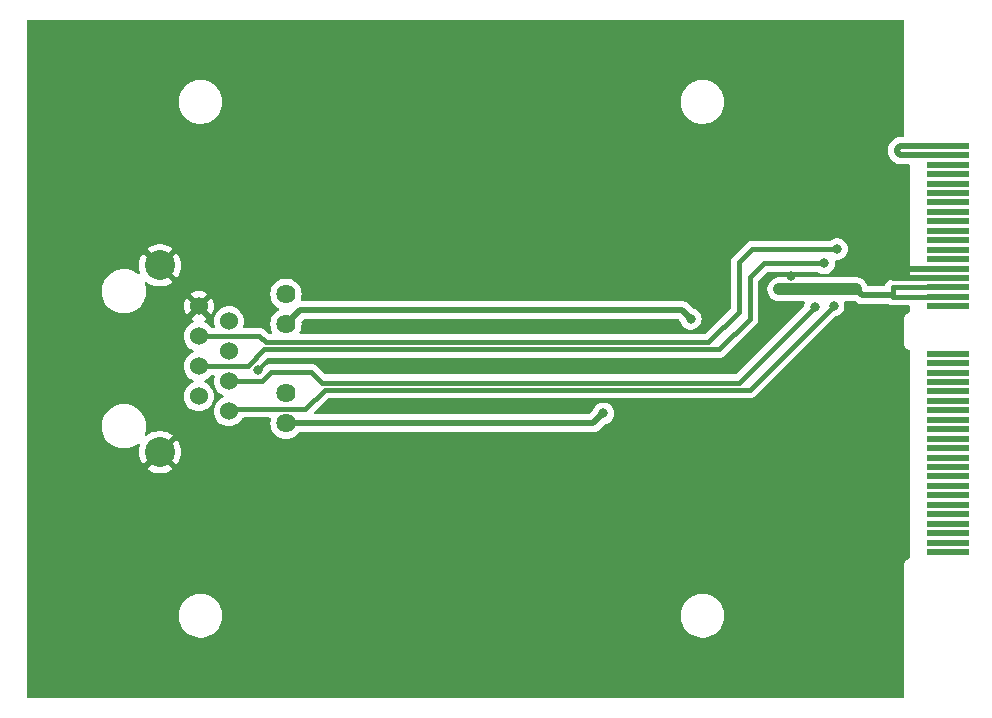
<source format=gbr>
%TF.GenerationSoftware,KiCad,Pcbnew,8.0.4*%
%TF.CreationDate,2024-09-19T00:07:34+03:00*%
%TF.ProjectId,dsoxlan,64736f78-6c61-46e2-9e6b-696361645f70,rev?*%
%TF.SameCoordinates,Original*%
%TF.FileFunction,Copper,L2,Bot*%
%TF.FilePolarity,Positive*%
%FSLAX46Y46*%
G04 Gerber Fmt 4.6, Leading zero omitted, Abs format (unit mm)*
G04 Created by KiCad (PCBNEW 8.0.4) date 2024-09-19 00:07:34*
%MOMM*%
%LPD*%
G01*
G04 APERTURE LIST*
%TA.AperFunction,ConnectorPad*%
%ADD10R,3.600000X0.550000*%
%TD*%
%TA.AperFunction,ComponentPad*%
%ADD11C,1.524000*%
%TD*%
%TA.AperFunction,ComponentPad*%
%ADD12C,1.625600*%
%TD*%
%TA.AperFunction,ComponentPad*%
%ADD13C,2.540000*%
%TD*%
%TA.AperFunction,ViaPad*%
%ADD14C,0.800000*%
%TD*%
%TA.AperFunction,Conductor*%
%ADD15C,0.500000*%
%TD*%
%TA.AperFunction,Conductor*%
%ADD16C,0.400000*%
%TD*%
%TA.AperFunction,Conductor*%
%ADD17C,1.000000*%
%TD*%
G04 APERTURE END LIST*
D10*
%TO.P,P2,2,Pin_2*%
%TO.N,unconnected-(P2-Pin_2-Pad2)*%
X190754000Y-104750000D03*
%TO.P,P2,4,Pin_4*%
%TO.N,unconnected-(P2-Pin_4-Pad4)*%
X190754000Y-103950000D03*
%TO.P,P2,6,Pin_6*%
%TO.N,unconnected-(P2-Pin_6-Pad6)*%
X190754000Y-103150000D03*
%TO.P,P2,8,Pin_8*%
%TO.N,unconnected-(P2-Pin_8-Pad8)*%
X190754000Y-102350000D03*
%TO.P,P2,10,Pin_10*%
%TO.N,unconnected-(P2-Pin_10-Pad10)*%
X190754000Y-101550000D03*
%TO.P,P2,12,Pin_12*%
%TO.N,unconnected-(P2-Pin_12-Pad12)*%
X190754000Y-100750000D03*
%TO.P,P2,14,Pin_14*%
%TO.N,unconnected-(P2-Pin_14-Pad14)*%
X190754000Y-99950000D03*
%TO.P,P2,16,Pin_16*%
%TO.N,unconnected-(P2-Pin_16-Pad16)*%
X190754000Y-99150000D03*
%TO.P,P2,18,Pin_18*%
%TO.N,unconnected-(P2-Pin_18-Pad18)*%
X190754000Y-98350000D03*
%TO.P,P2,20,Pin_20*%
%TO.N,unconnected-(P2-Pin_20-Pad20)*%
X190754000Y-97550000D03*
%TO.P,P2,22,Pin_22*%
%TO.N,unconnected-(P2-Pin_22-Pad22)*%
X190754000Y-96750000D03*
%TO.P,P2,24,Pin_24*%
%TO.N,unconnected-(P2-Pin_24-Pad24)*%
X190754000Y-95950000D03*
%TO.P,P2,26,Pin_26*%
%TO.N,unconnected-(P2-Pin_26-Pad26)*%
X190754000Y-95150000D03*
%TO.P,P2,28,Pin_28*%
%TO.N,unconnected-(P2-Pin_28-Pad28)*%
X190754000Y-94350000D03*
%TO.P,P2,30,Pin_30*%
%TO.N,unconnected-(P2-Pin_30-Pad30)*%
X190754000Y-93550000D03*
%TO.P,P2,32,Pin_32*%
%TO.N,unconnected-(P2-Pin_32-Pad32)*%
X190754000Y-92750000D03*
%TO.P,P2,34,Pin_34*%
%TO.N,unconnected-(P2-Pin_34-Pad34)*%
X190754000Y-91950000D03*
%TO.P,P2,36,Pin_36*%
%TO.N,unconnected-(P2-Pin_36-Pad36)*%
X190754000Y-91150000D03*
%TO.P,P2,38,Pin_38*%
%TO.N,unconnected-(P2-Pin_38-Pad38)*%
X190754000Y-90350000D03*
%TO.P,P2,40,Pin_40*%
%TO.N,unconnected-(P2-Pin_40-Pad40)*%
X190754000Y-89550000D03*
%TO.P,P2,42,Pin_42*%
%TO.N,unconnected-(P2-Pin_42-Pad42)*%
X190754000Y-88750000D03*
%TO.P,P2,44,Pin_44*%
%TO.N,unconnected-(P2-Pin_44-Pad44)*%
X190754000Y-87950000D03*
%TO.P,P2,46,Pin_46*%
%TO.N,unconnected-(P2-Pin_46-Pad46)*%
X190754000Y-83950000D03*
%TO.P,P2,48,Pin_48*%
%TO.N,+3.3V*%
X190754000Y-83150000D03*
%TO.P,P2,50,Pin_50*%
X190754000Y-82350000D03*
%TO.P,P2,52,Pin_52*%
%TO.N,GND*%
X190754000Y-81550000D03*
%TO.P,P2,54,Pin_54*%
X190754000Y-80750000D03*
%TO.P,P2,56,Pin_56*%
%TO.N,unconnected-(P2-Pin_56-Pad56)*%
X190754000Y-79950000D03*
%TO.P,P2,58,Pin_58*%
%TO.N,unconnected-(P2-Pin_58-Pad58)*%
X190754000Y-79150000D03*
%TO.P,P2,60,Pin_60*%
%TO.N,unconnected-(P2-Pin_60-Pad60)*%
X190754000Y-78350000D03*
%TO.P,P2,62,Pin_62*%
%TO.N,unconnected-(P2-Pin_62-Pad62)*%
X190754000Y-77550000D03*
%TO.P,P2,64,Pin_64*%
%TO.N,unconnected-(P2-Pin_64-Pad64)*%
X190754000Y-76750000D03*
%TO.P,P2,66,Pin_66*%
%TO.N,unconnected-(P2-Pin_66-Pad66)*%
X190754000Y-75950000D03*
%TO.P,P2,68,Pin_68*%
%TO.N,unconnected-(P2-Pin_68-Pad68)*%
X190754000Y-75150000D03*
%TO.P,P2,70,Pin_70*%
%TO.N,unconnected-(P2-Pin_70-Pad70)*%
X190754000Y-74350000D03*
%TO.P,P2,72,Pin_72*%
%TO.N,unconnected-(P2-Pin_72-Pad72)*%
X190754000Y-73550000D03*
%TO.P,P2,74,Pin_74*%
%TO.N,unconnected-(P2-Pin_74-Pad74)*%
X190754000Y-72750000D03*
%TO.P,P2,76,Pin_76*%
%TO.N,unconnected-(P2-Pin_76-Pad76)*%
X190754000Y-71950000D03*
%TO.P,P2,78,Pin_78*%
%TO.N,Net-(P2-Pin_78)*%
X190754000Y-71150000D03*
%TO.P,P2,80,Pin_80*%
X190754000Y-70350000D03*
%TD*%
D11*
%TO.P,P1,1,TD+*%
%TO.N,TX+*%
X129900000Y-92830000D03*
%TO.P,P1,2,CTD*%
%TO.N,Net-(P1-CRD)*%
X127360000Y-91560000D03*
%TO.P,P1,3,TD-*%
%TO.N,TX-*%
X129900000Y-90290000D03*
%TO.P,P1,4,RD+*%
%TO.N,RX+*%
X127360000Y-89020000D03*
%TO.P,P1,5,CRD*%
%TO.N,Net-(P1-CRD)*%
X129900000Y-87750000D03*
%TO.P,P1,6,RD-*%
%TO.N,RX-*%
X127360000Y-86480000D03*
%TO.P,P1,7,NC*%
%TO.N,unconnected-(P1-NC-Pad7)*%
X129900000Y-85210000D03*
%TO.P,P1,8,GND*%
%TO.N,GND*%
X127360000Y-83940000D03*
D12*
%TO.P,P1,9,KG*%
%TO.N,LED1*%
X134730000Y-93850000D03*
%TO.P,P1,10,AG*%
%TO.N,Net-(P1-AG)*%
X134730000Y-91310000D03*
%TO.P,P1,11,KY*%
%TO.N,LED2*%
X134730000Y-85460000D03*
%TO.P,P1,12,AY*%
%TO.N,Net-(P1-AY)*%
X134730000Y-82920000D03*
D13*
%TO.P,P1,13,Shield*%
%TO.N,GND*%
X124060000Y-80485000D03*
%TO.P,P1,14,Shield*%
X124060000Y-96285000D03*
%TD*%
D14*
%TO.N,GND*%
X132500000Y-94500000D03*
X163500000Y-85500000D03*
X183680000Y-81280000D03*
X142500000Y-85680500D03*
X146500000Y-96000000D03*
X178000000Y-89500000D03*
X186000000Y-85000000D03*
X159500000Y-85500000D03*
X145500000Y-89000000D03*
X132500000Y-82500000D03*
X142500000Y-92500000D03*
X145500000Y-85500000D03*
X136800000Y-85700000D03*
X186000000Y-89500000D03*
X161500000Y-82500000D03*
X170500000Y-89000000D03*
X186000000Y-75000000D03*
X132400000Y-89300000D03*
X167199272Y-81245799D03*
X164000000Y-92500000D03*
X181000000Y-86500000D03*
X143000000Y-82500000D03*
X176000000Y-84500000D03*
X177500000Y-81400500D03*
X132000000Y-84500000D03*
X137000000Y-96000000D03*
X162000000Y-96000000D03*
X142000000Y-96000000D03*
X159500000Y-89000000D03*
X167500000Y-92500000D03*
X158500000Y-92500000D03*
%TO.N,LED2*%
X169000000Y-85000000D03*
%TO.N,TX+*%
X181100000Y-83900000D03*
%TO.N,TX-*%
X179500000Y-84000000D03*
%TO.N,RX+*%
X180300000Y-80300000D03*
%TO.N,RX-*%
X181400000Y-79100000D03*
%TO.N,LED1*%
X161600000Y-93000000D03*
%TO.N,+3.3V*%
X176500000Y-82500000D03*
%TD*%
D15*
%TO.N,GND*%
X186100998Y-81550000D02*
X186055000Y-81504002D01*
X186055000Y-81504002D02*
X186055000Y-81280000D01*
X186585000Y-80750000D02*
X186055000Y-81280000D01*
X190754000Y-81550000D02*
X186100998Y-81550000D01*
X186055000Y-81280000D02*
X183680000Y-81280000D01*
X190754000Y-80750000D02*
X186585000Y-80750000D01*
%TO.N,LED2*%
X135912536Y-84277464D02*
X168277464Y-84277464D01*
X168277464Y-84277464D02*
X169000000Y-85000000D01*
X134730000Y-85460000D02*
X135912536Y-84277464D01*
D16*
%TO.N,TX+*%
X129900000Y-92830000D02*
X130092800Y-92637200D01*
X136362800Y-92637200D02*
X138000000Y-91000000D01*
X138000000Y-91000000D02*
X174000000Y-91000000D01*
X174000000Y-91000000D02*
X181100000Y-83900000D01*
X130092800Y-92637200D02*
X136362800Y-92637200D01*
%TO.N,TX-*%
X129900000Y-90290000D02*
X132710000Y-90290000D01*
X133500000Y-89500000D02*
X136851180Y-89500000D01*
X132710000Y-90290000D02*
X133500000Y-89500000D01*
X136851180Y-89500000D02*
X137751679Y-90400499D01*
X173099501Y-90400499D02*
X179500000Y-84000000D01*
X137751679Y-90400499D02*
X173099501Y-90400499D01*
%TO.N,RX+*%
X171400499Y-87599501D02*
X174000000Y-85000000D01*
X175200000Y-80300000D02*
X180300000Y-80300000D01*
X132900499Y-87599501D02*
X171400499Y-87599501D01*
X131480000Y-89020000D02*
X132900499Y-87599501D01*
X174000000Y-81500000D02*
X175200000Y-80300000D01*
X127360000Y-89020000D02*
X131480000Y-89020000D01*
X174000000Y-85000000D02*
X174000000Y-81500000D01*
%TO.N,RX-*%
X174200000Y-79100000D02*
X181400000Y-79100000D01*
X133000000Y-87000000D02*
X170500000Y-87000000D01*
X170500000Y-87000000D02*
X173100000Y-84400000D01*
X127360000Y-86480000D02*
X132480000Y-86480000D01*
X173100000Y-80200000D02*
X174200000Y-79100000D01*
X173100000Y-84400000D02*
X173100000Y-80200000D01*
X132480000Y-86480000D02*
X133000000Y-87000000D01*
D15*
%TO.N,LED1*%
X160750000Y-93850000D02*
X161600000Y-93000000D01*
X134730000Y-93850000D02*
X160750000Y-93850000D01*
D17*
%TO.N,+3.3V*%
X176500000Y-82500000D02*
X183000000Y-82500000D01*
D16*
X186100000Y-83000000D02*
X186100000Y-83100000D01*
X186150000Y-82350000D02*
X186100000Y-82400000D01*
X186100000Y-83100000D02*
X186150000Y-83150000D01*
D15*
X183500000Y-83000000D02*
X186100000Y-83000000D01*
D16*
X186100000Y-82400000D02*
X186100000Y-83000000D01*
D15*
X183000000Y-82500000D02*
X183500000Y-83000000D01*
D16*
X190754000Y-82350000D02*
X186150000Y-82350000D01*
X186150000Y-83150000D02*
X190754000Y-83150000D01*
D15*
%TO.N,Net-(P2-Pin_78)*%
X186720000Y-71150000D02*
X186436000Y-70866000D01*
X186436000Y-70866000D02*
X186436000Y-70612000D01*
X186436000Y-70612000D02*
X186698000Y-70350000D01*
X186698000Y-70350000D02*
X190754000Y-70350000D01*
X190754000Y-71150000D02*
X186720000Y-71150000D01*
%TD*%
%TA.AperFunction,Conductor*%
%TO.N,GND*%
G36*
X187020621Y-59702502D02*
G01*
X187067114Y-59756158D01*
X187078500Y-59808500D01*
X187078500Y-69465500D01*
X187058498Y-69533621D01*
X187004842Y-69580114D01*
X186952500Y-69591500D01*
X186623288Y-69591500D01*
X186550024Y-69606073D01*
X186550024Y-69606074D01*
X186476753Y-69620649D01*
X186476751Y-69620649D01*
X186476750Y-69620650D01*
X186338714Y-69677827D01*
X186214486Y-69760833D01*
X186214480Y-69760838D01*
X185846838Y-70128480D01*
X185846833Y-70128486D01*
X185763826Y-70252715D01*
X185706649Y-70390753D01*
X185706647Y-70390760D01*
X185700701Y-70420647D01*
X185700702Y-70420648D01*
X185677500Y-70537288D01*
X185677500Y-70940711D01*
X185689645Y-71001764D01*
X185692074Y-71013976D01*
X185706649Y-71087247D01*
X185763826Y-71225284D01*
X185846834Y-71349515D01*
X186130835Y-71633516D01*
X186236484Y-71739165D01*
X186360716Y-71822174D01*
X186498754Y-71879351D01*
X186645294Y-71908500D01*
X187453000Y-71908500D01*
X187521121Y-71928502D01*
X187567614Y-71982158D01*
X187579000Y-72034500D01*
X187579000Y-81515500D01*
X187558998Y-81583621D01*
X187505342Y-81630114D01*
X187453000Y-81641500D01*
X186080216Y-81641500D01*
X185943337Y-81668727D01*
X185943332Y-81668729D01*
X185889930Y-81690848D01*
X185889930Y-81690849D01*
X185814400Y-81722135D01*
X185814398Y-81722136D01*
X185698359Y-81799670D01*
X185698357Y-81799672D01*
X185549671Y-81948357D01*
X185472135Y-82064398D01*
X185430996Y-82163718D01*
X185386448Y-82218999D01*
X185319084Y-82241420D01*
X185314587Y-82241500D01*
X184068709Y-82241500D01*
X184000588Y-82221498D01*
X183954095Y-82167842D01*
X183952300Y-82163718D01*
X183943858Y-82143338D01*
X183893721Y-82022296D01*
X183783353Y-81857119D01*
X183642881Y-81716647D01*
X183477704Y-81606279D01*
X183294169Y-81530256D01*
X183099331Y-81491500D01*
X183099329Y-81491500D01*
X176400671Y-81491500D01*
X176400668Y-81491500D01*
X176205830Y-81530256D01*
X176205825Y-81530258D01*
X176022296Y-81606279D01*
X175857123Y-81716644D01*
X175857116Y-81716649D01*
X175716649Y-81857116D01*
X175716644Y-81857123D01*
X175606279Y-82022296D01*
X175530258Y-82205825D01*
X175530256Y-82205830D01*
X175491500Y-82400668D01*
X175491500Y-82599331D01*
X175521470Y-82750000D01*
X175530256Y-82794169D01*
X175606279Y-82977704D01*
X175716647Y-83142881D01*
X175857119Y-83283353D01*
X176022296Y-83393721D01*
X176205831Y-83469744D01*
X176400671Y-83508500D01*
X178531021Y-83508500D01*
X178599142Y-83528502D01*
X178645635Y-83582158D01*
X178655739Y-83652432D01*
X178650854Y-83673434D01*
X178646025Y-83688298D01*
X178606457Y-83810072D01*
X178601549Y-83856771D01*
X178574535Y-83922428D01*
X178565334Y-83932694D01*
X172842935Y-89655094D01*
X172780623Y-89689120D01*
X172753840Y-89691999D01*
X138097340Y-89691999D01*
X138029219Y-89671997D01*
X138008244Y-89655094D01*
X137302822Y-88949671D01*
X137264317Y-88923943D01*
X137186781Y-88872135D01*
X137095607Y-88834369D01*
X137095606Y-88834368D01*
X137057849Y-88818729D01*
X137057842Y-88818727D01*
X136956339Y-88798537D01*
X136920962Y-88791500D01*
X136920961Y-88791500D01*
X133430219Y-88791500D01*
X133430216Y-88791500D01*
X133293337Y-88818727D01*
X133293332Y-88818729D01*
X133239930Y-88840848D01*
X133239930Y-88840849D01*
X133164400Y-88872135D01*
X133164398Y-88872136D01*
X133048362Y-88949669D01*
X133048360Y-88949670D01*
X132453433Y-89544596D01*
X132391121Y-89578621D01*
X132364338Y-89581500D01*
X132224662Y-89581500D01*
X132156541Y-89561498D01*
X132110048Y-89507842D01*
X132099944Y-89437568D01*
X132129438Y-89372988D01*
X132135567Y-89366405D01*
X133157065Y-88344906D01*
X133219377Y-88310881D01*
X133246160Y-88308001D01*
X171470276Y-88308001D01*
X171470281Y-88308001D01*
X171538720Y-88294387D01*
X171607161Y-88280774D01*
X171644926Y-88265131D01*
X171736100Y-88227366D01*
X171852142Y-88149829D01*
X174550328Y-85451642D01*
X174627865Y-85335600D01*
X174667980Y-85238753D01*
X174681273Y-85206662D01*
X174708500Y-85069781D01*
X174708500Y-81845661D01*
X174728502Y-81777540D01*
X174745405Y-81756566D01*
X175456566Y-81045405D01*
X175518878Y-81011379D01*
X175545661Y-81008500D01*
X179688595Y-81008500D01*
X179756716Y-81028502D01*
X179762655Y-81032563D01*
X179843248Y-81091118D01*
X180017712Y-81168794D01*
X180204513Y-81208500D01*
X180395487Y-81208500D01*
X180582288Y-81168794D01*
X180756752Y-81091118D01*
X180911253Y-80978866D01*
X180911255Y-80978864D01*
X181039034Y-80836951D01*
X181039035Y-80836949D01*
X181039040Y-80836944D01*
X181134527Y-80671556D01*
X181193542Y-80489928D01*
X181213504Y-80300000D01*
X181197494Y-80147670D01*
X181210266Y-80077832D01*
X181258769Y-80025985D01*
X181322804Y-80008500D01*
X181495487Y-80008500D01*
X181682288Y-79968794D01*
X181856752Y-79891118D01*
X182011253Y-79778866D01*
X182011255Y-79778864D01*
X182139034Y-79636951D01*
X182139035Y-79636949D01*
X182139040Y-79636944D01*
X182234527Y-79471556D01*
X182293542Y-79289928D01*
X182313504Y-79100000D01*
X182293542Y-78910072D01*
X182234527Y-78728444D01*
X182139040Y-78563056D01*
X182139038Y-78563054D01*
X182139034Y-78563048D01*
X182011255Y-78421135D01*
X181856752Y-78308882D01*
X181682288Y-78231206D01*
X181495487Y-78191500D01*
X181304513Y-78191500D01*
X181117711Y-78231206D01*
X180943247Y-78308882D01*
X180862656Y-78367436D01*
X180795788Y-78391294D01*
X180788595Y-78391500D01*
X174130216Y-78391500D01*
X174028252Y-78411782D01*
X173993338Y-78418727D01*
X173993337Y-78418727D01*
X173993334Y-78418728D01*
X173959665Y-78432675D01*
X173959664Y-78432675D01*
X173864399Y-78472135D01*
X173748358Y-78549671D01*
X173748352Y-78549676D01*
X172549676Y-79748351D01*
X172549671Y-79748357D01*
X172472137Y-79864395D01*
X172472135Y-79864397D01*
X172472135Y-79864399D01*
X172461069Y-79891117D01*
X172461068Y-79891119D01*
X172418729Y-79993332D01*
X172418727Y-79993337D01*
X172391500Y-80130216D01*
X172391500Y-84054339D01*
X172371498Y-84122460D01*
X172354595Y-84143434D01*
X170243434Y-86254595D01*
X170181122Y-86288621D01*
X170154339Y-86291500D01*
X135997939Y-86291500D01*
X135929818Y-86271498D01*
X135883325Y-86217842D01*
X135873221Y-86147568D01*
X135883744Y-86112250D01*
X135896042Y-86085876D01*
X135976358Y-85913637D01*
X136036197Y-85690318D01*
X136056347Y-85460000D01*
X136056346Y-85459996D01*
X136056347Y-85459994D01*
X136047904Y-85363500D01*
X136041060Y-85285270D01*
X136055048Y-85215667D01*
X136077481Y-85185198D01*
X136189813Y-85072868D01*
X136252126Y-85038843D01*
X136278908Y-85035964D01*
X167911093Y-85035964D01*
X167979214Y-85055966D01*
X168000188Y-85072869D01*
X168079874Y-85152555D01*
X168110612Y-85202713D01*
X168112980Y-85210000D01*
X168165473Y-85371556D01*
X168167757Y-85375512D01*
X168260958Y-85536941D01*
X168260965Y-85536951D01*
X168388744Y-85678864D01*
X168404508Y-85690317D01*
X168543248Y-85791118D01*
X168717712Y-85868794D01*
X168904513Y-85908500D01*
X169095487Y-85908500D01*
X169282288Y-85868794D01*
X169456752Y-85791118D01*
X169611253Y-85678866D01*
X169739040Y-85536944D01*
X169834527Y-85371556D01*
X169893542Y-85189928D01*
X169913504Y-85000000D01*
X169893542Y-84810072D01*
X169834527Y-84628444D01*
X169739040Y-84463056D01*
X169739038Y-84463054D01*
X169739034Y-84463048D01*
X169611255Y-84321135D01*
X169456752Y-84208882D01*
X169282288Y-84131206D01*
X169219227Y-84117801D01*
X169156754Y-84084072D01*
X169156331Y-84083650D01*
X168760983Y-83688302D01*
X168760979Y-83688298D01*
X168636748Y-83605290D01*
X168498711Y-83548113D01*
X168425440Y-83533538D01*
X168425439Y-83533537D01*
X168352175Y-83518964D01*
X168352170Y-83518964D01*
X136101624Y-83518964D01*
X136033503Y-83498962D01*
X135987010Y-83445306D01*
X135976906Y-83375032D01*
X135979914Y-83360364D01*
X136036197Y-83150318D01*
X136056347Y-82920000D01*
X136036197Y-82689682D01*
X135976358Y-82466363D01*
X135878650Y-82256827D01*
X135878649Y-82256826D01*
X135878648Y-82256823D01*
X135746047Y-82067449D01*
X135746044Y-82067445D01*
X135746041Y-82067441D01*
X135582559Y-81903959D01*
X135515670Y-81857123D01*
X135393174Y-81771350D01*
X135183640Y-81673643D01*
X135183634Y-81673641D01*
X135063683Y-81641500D01*
X134960318Y-81613803D01*
X134730000Y-81593653D01*
X134499682Y-81613803D01*
X134276365Y-81673641D01*
X134276359Y-81673643D01*
X134066823Y-81771351D01*
X133877449Y-81903952D01*
X133877438Y-81903961D01*
X133713961Y-82067438D01*
X133713952Y-82067449D01*
X133581351Y-82256823D01*
X133483643Y-82466359D01*
X133483641Y-82466365D01*
X133459446Y-82556662D01*
X133423803Y-82689682D01*
X133403653Y-82920000D01*
X133423803Y-83150318D01*
X133456985Y-83274152D01*
X133483641Y-83373634D01*
X133483643Y-83373640D01*
X133581350Y-83583174D01*
X133709580Y-83766306D01*
X133713959Y-83772559D01*
X133877441Y-83936041D01*
X134066826Y-84068650D01*
X134081427Y-84075458D01*
X134082170Y-84075805D01*
X134135455Y-84122722D01*
X134154916Y-84190999D01*
X134134374Y-84258959D01*
X134082172Y-84304194D01*
X134066824Y-84311351D01*
X134066823Y-84311351D01*
X133877449Y-84443952D01*
X133877438Y-84443961D01*
X133713961Y-84607438D01*
X133713952Y-84607449D01*
X133581351Y-84796823D01*
X133483643Y-85006359D01*
X133483641Y-85006365D01*
X133429971Y-85206662D01*
X133423803Y-85229682D01*
X133403653Y-85460000D01*
X133423803Y-85690318D01*
X133445317Y-85770609D01*
X133483641Y-85913634D01*
X133483643Y-85913640D01*
X133576256Y-86112250D01*
X133586917Y-86182442D01*
X133557937Y-86247255D01*
X133498517Y-86286111D01*
X133462061Y-86291500D01*
X133345661Y-86291500D01*
X133277540Y-86271498D01*
X133256570Y-86254599D01*
X132931643Y-85929672D01*
X132907649Y-85913640D01*
X132893137Y-85903943D01*
X132815601Y-85852135D01*
X132724427Y-85814369D01*
X132724426Y-85814368D01*
X132686669Y-85798729D01*
X132686663Y-85798727D01*
X132686662Y-85798727D01*
X132618221Y-85785113D01*
X132618220Y-85785112D01*
X132549787Y-85771500D01*
X132549782Y-85771500D01*
X132549781Y-85771500D01*
X131229071Y-85771500D01*
X131160950Y-85751498D01*
X131114457Y-85697842D01*
X131104353Y-85627568D01*
X131107361Y-85612899D01*
X131155978Y-85431463D01*
X131175353Y-85210000D01*
X131155978Y-84988537D01*
X131098440Y-84773804D01*
X131004488Y-84572324D01*
X130876977Y-84390219D01*
X130719781Y-84233023D01*
X130719777Y-84233020D01*
X130719772Y-84233016D01*
X130537677Y-84105512D01*
X130537675Y-84105511D01*
X130336199Y-84011561D01*
X130336193Y-84011559D01*
X130290232Y-83999244D01*
X130121463Y-83954022D01*
X129900000Y-83934647D01*
X129678537Y-83954022D01*
X129564792Y-83984500D01*
X129463806Y-84011559D01*
X129463801Y-84011561D01*
X129262323Y-84105512D01*
X129080222Y-84233020D01*
X129080216Y-84233025D01*
X128923025Y-84390216D01*
X128923020Y-84390222D01*
X128795512Y-84572323D01*
X128701561Y-84773801D01*
X128701559Y-84773806D01*
X128674856Y-84873463D01*
X128644022Y-84988537D01*
X128624647Y-85210000D01*
X128644022Y-85431463D01*
X128692635Y-85612891D01*
X128690946Y-85683865D01*
X128651152Y-85742661D01*
X128585888Y-85770609D01*
X128570929Y-85771500D01*
X128480489Y-85771500D01*
X128412368Y-85751498D01*
X128377276Y-85717771D01*
X128336979Y-85660222D01*
X128336974Y-85660216D01*
X128179783Y-85503025D01*
X128179772Y-85503016D01*
X127997677Y-85375512D01*
X127997675Y-85375511D01*
X127887035Y-85323919D01*
X127833750Y-85277002D01*
X127814289Y-85208725D01*
X127834831Y-85140765D01*
X127887035Y-85095529D01*
X127997425Y-85044053D01*
X127997426Y-85044052D01*
X128060603Y-84999814D01*
X128060603Y-84999812D01*
X127444124Y-84383333D01*
X127533694Y-84359333D01*
X127636306Y-84300090D01*
X127720090Y-84216306D01*
X127779333Y-84113694D01*
X127803333Y-84024124D01*
X128419812Y-84640603D01*
X128419814Y-84640603D01*
X128464052Y-84577426D01*
X128464053Y-84577425D01*
X128557966Y-84376027D01*
X128557968Y-84376023D01*
X128615482Y-84161374D01*
X128634850Y-83940000D01*
X128615482Y-83718625D01*
X128557968Y-83503976D01*
X128557966Y-83503972D01*
X128464051Y-83302571D01*
X128419815Y-83239395D01*
X128419813Y-83239395D01*
X127803333Y-83855875D01*
X127779333Y-83766306D01*
X127720090Y-83663694D01*
X127636306Y-83579910D01*
X127533694Y-83520667D01*
X127444123Y-83496666D01*
X128060603Y-82880185D01*
X128060603Y-82880184D01*
X127997425Y-82835946D01*
X127796027Y-82742033D01*
X127796023Y-82742031D01*
X127581374Y-82684517D01*
X127360000Y-82665149D01*
X127138625Y-82684517D01*
X126923976Y-82742031D01*
X126923972Y-82742033D01*
X126722575Y-82835946D01*
X126659394Y-82880185D01*
X127275875Y-83496666D01*
X127186306Y-83520667D01*
X127083694Y-83579910D01*
X126999910Y-83663694D01*
X126940667Y-83766306D01*
X126916666Y-83855875D01*
X126300185Y-83239394D01*
X126255946Y-83302575D01*
X126162033Y-83503972D01*
X126162031Y-83503976D01*
X126104517Y-83718625D01*
X126085149Y-83940000D01*
X126104517Y-84161374D01*
X126162031Y-84376023D01*
X126162033Y-84376027D01*
X126255946Y-84577425D01*
X126300184Y-84640603D01*
X126300185Y-84640603D01*
X126916666Y-84024122D01*
X126940667Y-84113694D01*
X126999910Y-84216306D01*
X127083694Y-84300090D01*
X127186306Y-84359333D01*
X127275876Y-84383333D01*
X126659395Y-84999813D01*
X126659395Y-84999814D01*
X126722575Y-85044053D01*
X126722574Y-85044053D01*
X126832964Y-85095529D01*
X126886249Y-85142447D01*
X126905710Y-85210724D01*
X126885168Y-85278684D01*
X126832964Y-85323919D01*
X126722323Y-85375512D01*
X126540222Y-85503020D01*
X126540216Y-85503025D01*
X126383025Y-85660216D01*
X126383020Y-85660222D01*
X126255512Y-85842323D01*
X126161561Y-86043801D01*
X126161560Y-86043804D01*
X126104022Y-86258537D01*
X126084647Y-86480000D01*
X126104022Y-86701463D01*
X126150273Y-86874074D01*
X126161559Y-86916193D01*
X126161561Y-86916199D01*
X126255511Y-87117675D01*
X126255512Y-87117677D01*
X126383016Y-87299772D01*
X126383020Y-87299777D01*
X126383023Y-87299781D01*
X126540219Y-87456977D01*
X126540223Y-87456980D01*
X126540227Y-87456983D01*
X126633787Y-87522494D01*
X126722323Y-87584488D01*
X126832373Y-87635805D01*
X126885658Y-87682722D01*
X126905119Y-87750999D01*
X126884577Y-87818959D01*
X126832373Y-87864195D01*
X126722323Y-87915512D01*
X126540222Y-88043020D01*
X126540216Y-88043025D01*
X126383025Y-88200216D01*
X126383020Y-88200222D01*
X126255512Y-88382323D01*
X126255512Y-88382324D01*
X126161560Y-88583804D01*
X126104022Y-88798537D01*
X126084647Y-89020000D01*
X126104022Y-89241463D01*
X126139264Y-89372988D01*
X126161559Y-89456193D01*
X126161561Y-89456199D01*
X126255511Y-89657675D01*
X126255512Y-89657677D01*
X126383016Y-89839772D01*
X126383020Y-89839777D01*
X126383023Y-89839781D01*
X126540219Y-89996977D01*
X126540223Y-89996980D01*
X126540227Y-89996983D01*
X126642417Y-90068537D01*
X126722323Y-90124488D01*
X126832373Y-90175805D01*
X126885658Y-90222722D01*
X126905119Y-90290999D01*
X126884577Y-90358959D01*
X126832373Y-90404195D01*
X126722323Y-90455512D01*
X126540222Y-90583020D01*
X126540216Y-90583025D01*
X126383025Y-90740216D01*
X126383020Y-90740222D01*
X126255512Y-90922323D01*
X126194936Y-91052229D01*
X126161560Y-91123804D01*
X126104022Y-91338537D01*
X126084647Y-91560000D01*
X126104022Y-91781463D01*
X126133586Y-91891795D01*
X126161559Y-91996193D01*
X126161561Y-91996199D01*
X126255511Y-92197675D01*
X126255512Y-92197677D01*
X126383016Y-92379772D01*
X126383020Y-92379777D01*
X126383023Y-92379781D01*
X126540219Y-92536977D01*
X126540223Y-92536980D01*
X126540227Y-92536983D01*
X126642417Y-92608537D01*
X126722323Y-92664488D01*
X126923804Y-92758440D01*
X127138537Y-92815978D01*
X127360000Y-92835353D01*
X127581463Y-92815978D01*
X127796196Y-92758440D01*
X127997677Y-92664488D01*
X128179781Y-92536977D01*
X128336977Y-92379781D01*
X128464488Y-92197677D01*
X128558440Y-91996196D01*
X128615978Y-91781463D01*
X128635353Y-91560000D01*
X128615978Y-91338537D01*
X128558440Y-91123804D01*
X128464488Y-90922324D01*
X128336977Y-90740219D01*
X128179781Y-90583023D01*
X128179777Y-90583020D01*
X128179772Y-90583016D01*
X127997677Y-90455512D01*
X127997675Y-90455511D01*
X127887627Y-90404195D01*
X127834342Y-90357278D01*
X127814881Y-90289001D01*
X127835423Y-90221041D01*
X127887627Y-90175805D01*
X127997677Y-90124488D01*
X128179781Y-89996977D01*
X128336977Y-89839781D01*
X128363321Y-89802158D01*
X128377276Y-89782229D01*
X128432734Y-89737901D01*
X128480489Y-89728500D01*
X128570929Y-89728500D01*
X128639050Y-89748502D01*
X128685543Y-89802158D01*
X128695647Y-89872432D01*
X128692638Y-89887100D01*
X128644022Y-90068537D01*
X128624647Y-90290000D01*
X128644022Y-90511463D01*
X128680292Y-90646823D01*
X128701559Y-90726193D01*
X128701561Y-90726199D01*
X128795511Y-90927675D01*
X128795512Y-90927677D01*
X128923016Y-91109772D01*
X128923020Y-91109777D01*
X128923023Y-91109781D01*
X129080219Y-91266977D01*
X129080223Y-91266980D01*
X129080227Y-91266983D01*
X129141662Y-91310000D01*
X129262323Y-91394488D01*
X129372373Y-91445805D01*
X129425658Y-91492722D01*
X129445119Y-91560999D01*
X129424577Y-91628959D01*
X129372373Y-91674195D01*
X129262323Y-91725512D01*
X129080222Y-91853020D01*
X129080216Y-91853025D01*
X128923025Y-92010216D01*
X128923020Y-92010222D01*
X128795512Y-92192323D01*
X128701561Y-92393801D01*
X128701559Y-92393806D01*
X128683006Y-92463048D01*
X128644022Y-92608537D01*
X128624647Y-92830000D01*
X128644022Y-93051463D01*
X128681124Y-93189927D01*
X128701559Y-93266193D01*
X128701561Y-93266199D01*
X128795511Y-93467675D01*
X128795512Y-93467677D01*
X128923016Y-93649772D01*
X128923020Y-93649777D01*
X128923023Y-93649781D01*
X129080219Y-93806977D01*
X129080223Y-93806980D01*
X129080227Y-93806983D01*
X129184124Y-93879732D01*
X129262323Y-93934488D01*
X129463804Y-94028440D01*
X129678537Y-94085978D01*
X129900000Y-94105353D01*
X130121463Y-94085978D01*
X130336196Y-94028440D01*
X130537677Y-93934488D01*
X130719781Y-93806977D01*
X130876977Y-93649781D01*
X131004488Y-93467677D01*
X131027443Y-93418449D01*
X131074360Y-93365165D01*
X131141638Y-93345700D01*
X133333010Y-93345700D01*
X133401131Y-93365702D01*
X133447624Y-93419358D01*
X133457728Y-93489632D01*
X133454716Y-93504311D01*
X133423803Y-93619682D01*
X133403653Y-93850000D01*
X133423803Y-94080318D01*
X133425320Y-94085978D01*
X133483641Y-94303634D01*
X133483643Y-94303640D01*
X133581350Y-94513174D01*
X133685719Y-94662229D01*
X133713959Y-94702559D01*
X133877441Y-94866041D01*
X134066826Y-94998650D01*
X134276363Y-95096358D01*
X134499682Y-95156197D01*
X134730000Y-95176347D01*
X134960318Y-95156197D01*
X135183637Y-95096358D01*
X135393174Y-94998650D01*
X135582559Y-94866041D01*
X135746041Y-94702559D01*
X135759464Y-94683388D01*
X135774281Y-94662229D01*
X135829739Y-94617900D01*
X135877494Y-94608500D01*
X160824701Y-94608500D01*
X160824705Y-94608500D01*
X160824706Y-94608500D01*
X160897976Y-94593925D01*
X160971247Y-94579351D01*
X161109284Y-94522174D01*
X161233515Y-94439166D01*
X161756332Y-93916347D01*
X161818643Y-93882324D01*
X161819159Y-93882212D01*
X161882288Y-93868794D01*
X162056752Y-93791118D01*
X162211253Y-93678866D01*
X162211255Y-93678864D01*
X162339034Y-93536951D01*
X162339035Y-93536949D01*
X162339040Y-93536944D01*
X162434527Y-93371556D01*
X162493542Y-93189928D01*
X162513504Y-93000000D01*
X162493542Y-92810072D01*
X162434527Y-92628444D01*
X162339040Y-92463056D01*
X162339038Y-92463054D01*
X162339034Y-92463048D01*
X162211255Y-92321135D01*
X162056752Y-92208882D01*
X161882288Y-92131206D01*
X161695487Y-92091500D01*
X161504513Y-92091500D01*
X161317711Y-92131206D01*
X161143247Y-92208882D01*
X160988744Y-92321135D01*
X160860965Y-92463048D01*
X160860958Y-92463058D01*
X160818133Y-92537234D01*
X160765473Y-92628444D01*
X160746481Y-92686894D01*
X160710613Y-92797283D01*
X160679876Y-92847441D01*
X160472724Y-93054595D01*
X160410412Y-93088620D01*
X160383628Y-93091500D01*
X137214661Y-93091500D01*
X137146540Y-93071498D01*
X137100047Y-93017842D01*
X137089943Y-92947568D01*
X137119437Y-92882988D01*
X137125566Y-92876405D01*
X138256565Y-91745405D01*
X138318877Y-91711380D01*
X138345660Y-91708500D01*
X174069777Y-91708500D01*
X174069782Y-91708500D01*
X174138221Y-91694886D01*
X174206662Y-91681273D01*
X174271529Y-91654404D01*
X174335601Y-91627865D01*
X174451643Y-91550328D01*
X181166536Y-84835434D01*
X181228846Y-84801410D01*
X181229136Y-84801347D01*
X181382288Y-84768794D01*
X181556752Y-84691118D01*
X181711253Y-84578866D01*
X181712550Y-84577426D01*
X181839034Y-84436951D01*
X181839035Y-84436949D01*
X181839040Y-84436944D01*
X181934527Y-84271556D01*
X181993542Y-84089928D01*
X182013504Y-83900000D01*
X181993542Y-83710072D01*
X181981637Y-83673435D01*
X181979610Y-83602470D01*
X182016272Y-83541672D01*
X182079983Y-83510346D01*
X182101471Y-83508500D01*
X182883629Y-83508500D01*
X182951750Y-83528502D01*
X182972719Y-83545400D01*
X183016485Y-83589166D01*
X183040618Y-83605291D01*
X183140716Y-83672174D01*
X183278754Y-83729351D01*
X183425294Y-83758500D01*
X183425295Y-83758500D01*
X183574705Y-83758500D01*
X185747197Y-83758500D01*
X185808165Y-83776401D01*
X185808943Y-83774948D01*
X185814402Y-83777866D01*
X185888358Y-83808499D01*
X185888360Y-83808501D01*
X185938312Y-83829191D01*
X185943338Y-83831273D01*
X186080219Y-83858500D01*
X186080220Y-83858500D01*
X187453000Y-83858500D01*
X187521121Y-83878502D01*
X187567614Y-83932158D01*
X187579000Y-83984500D01*
X187579000Y-84348161D01*
X187558998Y-84416282D01*
X187505342Y-84462775D01*
X187485613Y-84469866D01*
X187448808Y-84479728D01*
X187385816Y-84496607D01*
X187385809Y-84496610D01*
X187271689Y-84562497D01*
X187271679Y-84562505D01*
X187178505Y-84655679D01*
X187178497Y-84655689D01*
X187112610Y-84769809D01*
X187112607Y-84769816D01*
X187104142Y-84801410D01*
X187078500Y-84897108D01*
X187078500Y-87056108D01*
X187078500Y-87187892D01*
X187095142Y-87250000D01*
X187112607Y-87315183D01*
X187112610Y-87315190D01*
X187178497Y-87429310D01*
X187178505Y-87429320D01*
X187271679Y-87522494D01*
X187271684Y-87522498D01*
X187271686Y-87522500D01*
X187271687Y-87522501D01*
X187271689Y-87522502D01*
X187351906Y-87568815D01*
X187385814Y-87588392D01*
X187485612Y-87615132D01*
X187546233Y-87652082D01*
X187577255Y-87715942D01*
X187579000Y-87736838D01*
X187579000Y-105176161D01*
X187558998Y-105244282D01*
X187505342Y-105290775D01*
X187485613Y-105297866D01*
X187448808Y-105307728D01*
X187385816Y-105324607D01*
X187385809Y-105324610D01*
X187271689Y-105390497D01*
X187271679Y-105390505D01*
X187178505Y-105483679D01*
X187178497Y-105483689D01*
X187112610Y-105597809D01*
X187112607Y-105597816D01*
X187078500Y-105725109D01*
X187078500Y-116975500D01*
X187058498Y-117043621D01*
X187004842Y-117090114D01*
X186952500Y-117101500D01*
X112894500Y-117101500D01*
X112826379Y-117081498D01*
X112779886Y-117027842D01*
X112768500Y-116975500D01*
X112768500Y-110020709D01*
X125649500Y-110020709D01*
X125649500Y-110263290D01*
X125681160Y-110503782D01*
X125743944Y-110738095D01*
X125743945Y-110738097D01*
X125743946Y-110738100D01*
X125836776Y-110962212D01*
X125836777Y-110962213D01*
X125836782Y-110962224D01*
X125958061Y-111172285D01*
X125958063Y-111172288D01*
X125958064Y-111172289D01*
X126105735Y-111364738D01*
X126105739Y-111364742D01*
X126105744Y-111364748D01*
X126277251Y-111536255D01*
X126277256Y-111536259D01*
X126277262Y-111536265D01*
X126469711Y-111683936D01*
X126469714Y-111683938D01*
X126679775Y-111805217D01*
X126679779Y-111805218D01*
X126679788Y-111805224D01*
X126903900Y-111898054D01*
X127138211Y-111960838D01*
X127138215Y-111960838D01*
X127138217Y-111960839D01*
X127200202Y-111968999D01*
X127378712Y-111992500D01*
X127378719Y-111992500D01*
X127621281Y-111992500D01*
X127621288Y-111992500D01*
X127838637Y-111963885D01*
X127861782Y-111960839D01*
X127861782Y-111960838D01*
X127861789Y-111960838D01*
X128096100Y-111898054D01*
X128320212Y-111805224D01*
X128530289Y-111683936D01*
X128722738Y-111536265D01*
X128894265Y-111364738D01*
X129041936Y-111172289D01*
X129163224Y-110962212D01*
X129256054Y-110738100D01*
X129318838Y-110503789D01*
X129350500Y-110263288D01*
X129350500Y-110020712D01*
X129350500Y-110020709D01*
X168149500Y-110020709D01*
X168149500Y-110263290D01*
X168181160Y-110503782D01*
X168243944Y-110738095D01*
X168243945Y-110738097D01*
X168243946Y-110738100D01*
X168336776Y-110962212D01*
X168336777Y-110962213D01*
X168336782Y-110962224D01*
X168458061Y-111172285D01*
X168458063Y-111172288D01*
X168458064Y-111172289D01*
X168605735Y-111364738D01*
X168605739Y-111364742D01*
X168605744Y-111364748D01*
X168777251Y-111536255D01*
X168777256Y-111536259D01*
X168777262Y-111536265D01*
X168969711Y-111683936D01*
X168969714Y-111683938D01*
X169179775Y-111805217D01*
X169179779Y-111805218D01*
X169179788Y-111805224D01*
X169403900Y-111898054D01*
X169638211Y-111960838D01*
X169638215Y-111960838D01*
X169638217Y-111960839D01*
X169700202Y-111968999D01*
X169878712Y-111992500D01*
X169878719Y-111992500D01*
X170121281Y-111992500D01*
X170121288Y-111992500D01*
X170338637Y-111963885D01*
X170361782Y-111960839D01*
X170361782Y-111960838D01*
X170361789Y-111960838D01*
X170596100Y-111898054D01*
X170820212Y-111805224D01*
X171030289Y-111683936D01*
X171222738Y-111536265D01*
X171394265Y-111364738D01*
X171541936Y-111172289D01*
X171663224Y-110962212D01*
X171756054Y-110738100D01*
X171818838Y-110503789D01*
X171850500Y-110263288D01*
X171850500Y-110020712D01*
X171818838Y-109780211D01*
X171756054Y-109545900D01*
X171663224Y-109321788D01*
X171663218Y-109321779D01*
X171663217Y-109321775D01*
X171541938Y-109111714D01*
X171541936Y-109111711D01*
X171394265Y-108919262D01*
X171394259Y-108919256D01*
X171394255Y-108919251D01*
X171222748Y-108747744D01*
X171222742Y-108747739D01*
X171222738Y-108747735D01*
X171030289Y-108600064D01*
X171030288Y-108600063D01*
X171030285Y-108600061D01*
X170820224Y-108478782D01*
X170820216Y-108478778D01*
X170820212Y-108478776D01*
X170596100Y-108385946D01*
X170596097Y-108385945D01*
X170596095Y-108385944D01*
X170361782Y-108323160D01*
X170121290Y-108291500D01*
X170121288Y-108291500D01*
X169878712Y-108291500D01*
X169878709Y-108291500D01*
X169638217Y-108323160D01*
X169403904Y-108385944D01*
X169403900Y-108385946D01*
X169179786Y-108478777D01*
X169179775Y-108478782D01*
X168969714Y-108600061D01*
X168777262Y-108747735D01*
X168777251Y-108747744D01*
X168605744Y-108919251D01*
X168605735Y-108919262D01*
X168458061Y-109111714D01*
X168336782Y-109321775D01*
X168336777Y-109321786D01*
X168243946Y-109545900D01*
X168243944Y-109545904D01*
X168181160Y-109780217D01*
X168149500Y-110020709D01*
X129350500Y-110020709D01*
X129318838Y-109780211D01*
X129256054Y-109545900D01*
X129163224Y-109321788D01*
X129163218Y-109321779D01*
X129163217Y-109321775D01*
X129041938Y-109111714D01*
X129041936Y-109111711D01*
X128894265Y-108919262D01*
X128894259Y-108919256D01*
X128894255Y-108919251D01*
X128722748Y-108747744D01*
X128722742Y-108747739D01*
X128722738Y-108747735D01*
X128530289Y-108600064D01*
X128530288Y-108600063D01*
X128530285Y-108600061D01*
X128320224Y-108478782D01*
X128320216Y-108478778D01*
X128320212Y-108478776D01*
X128096100Y-108385946D01*
X128096097Y-108385945D01*
X128096095Y-108385944D01*
X127861782Y-108323160D01*
X127621290Y-108291500D01*
X127621288Y-108291500D01*
X127378712Y-108291500D01*
X127378709Y-108291500D01*
X127138217Y-108323160D01*
X126903904Y-108385944D01*
X126903900Y-108385946D01*
X126679786Y-108478777D01*
X126679775Y-108478782D01*
X126469714Y-108600061D01*
X126277262Y-108747735D01*
X126277251Y-108747744D01*
X126105744Y-108919251D01*
X126105735Y-108919262D01*
X125958061Y-109111714D01*
X125836782Y-109321775D01*
X125836777Y-109321786D01*
X125743946Y-109545900D01*
X125743944Y-109545904D01*
X125681160Y-109780217D01*
X125649500Y-110020709D01*
X112768500Y-110020709D01*
X112768500Y-93977070D01*
X119134500Y-93977070D01*
X119134500Y-94222929D01*
X119166589Y-94466669D01*
X119166590Y-94466675D01*
X119166591Y-94466677D01*
X119230222Y-94704153D01*
X119324306Y-94931292D01*
X119324307Y-94931293D01*
X119324312Y-94931304D01*
X119447230Y-95144204D01*
X119447234Y-95144210D01*
X119596894Y-95339250D01*
X119596913Y-95339271D01*
X119770728Y-95513086D01*
X119770738Y-95513095D01*
X119770744Y-95513101D01*
X119770747Y-95513103D01*
X119770749Y-95513105D01*
X119965789Y-95662765D01*
X119965795Y-95662769D01*
X120178695Y-95785687D01*
X120178699Y-95785688D01*
X120178708Y-95785694D01*
X120405847Y-95879778D01*
X120643323Y-95943409D01*
X120643329Y-95943409D01*
X120643330Y-95943410D01*
X120671294Y-95947091D01*
X120887073Y-95975500D01*
X120887080Y-95975500D01*
X121132920Y-95975500D01*
X121132927Y-95975500D01*
X121376677Y-95943409D01*
X121614153Y-95879778D01*
X121841292Y-95785694D01*
X122054208Y-95662767D01*
X122181094Y-95565403D01*
X122247313Y-95539803D01*
X122316862Y-95554067D01*
X122367658Y-95603668D01*
X122383574Y-95672858D01*
X122375088Y-95711398D01*
X122356226Y-95759456D01*
X122296928Y-96019256D01*
X122277014Y-96285000D01*
X122296928Y-96550743D01*
X122356227Y-96810545D01*
X122356228Y-96810547D01*
X122453581Y-97058602D01*
X122453583Y-97058606D01*
X122586826Y-97289390D01*
X122586829Y-97289395D01*
X122635438Y-97350348D01*
X122635440Y-97350348D01*
X123342495Y-96643293D01*
X123351049Y-96663942D01*
X123438599Y-96794970D01*
X123550030Y-96906401D01*
X123681058Y-96993951D01*
X123701705Y-97002503D01*
X122994045Y-97710163D01*
X122994045Y-97710165D01*
X123168497Y-97829105D01*
X123168504Y-97829109D01*
X123408598Y-97944733D01*
X123408610Y-97944738D01*
X123663237Y-98023280D01*
X123663249Y-98023282D01*
X123926761Y-98063000D01*
X124193239Y-98063000D01*
X124456750Y-98023282D01*
X124456762Y-98023280D01*
X124711389Y-97944738D01*
X124711401Y-97944733D01*
X124951495Y-97829109D01*
X125125953Y-97710164D01*
X125125953Y-97710163D01*
X124418294Y-97002503D01*
X124438942Y-96993951D01*
X124569970Y-96906401D01*
X124681401Y-96794970D01*
X124768951Y-96663942D01*
X124777503Y-96643293D01*
X125484559Y-97350349D01*
X125533174Y-97289388D01*
X125666416Y-97058606D01*
X125666418Y-97058602D01*
X125763771Y-96810547D01*
X125763772Y-96810545D01*
X125823071Y-96550743D01*
X125842985Y-96285000D01*
X125823071Y-96019256D01*
X125763772Y-95759454D01*
X125763771Y-95759452D01*
X125666418Y-95511397D01*
X125666416Y-95511393D01*
X125533176Y-95280615D01*
X125533171Y-95280607D01*
X125484560Y-95219650D01*
X125484558Y-95219650D01*
X124777503Y-95926705D01*
X124768951Y-95906058D01*
X124681401Y-95775030D01*
X124569970Y-95663599D01*
X124438942Y-95576049D01*
X124418293Y-95567496D01*
X125125953Y-94859835D01*
X125125953Y-94859833D01*
X124951502Y-94740894D01*
X124951495Y-94740890D01*
X124711401Y-94625266D01*
X124711389Y-94625261D01*
X124456762Y-94546719D01*
X124456750Y-94546717D01*
X124193239Y-94507000D01*
X123926761Y-94507000D01*
X123663249Y-94546717D01*
X123663237Y-94546719D01*
X123408610Y-94625261D01*
X123408598Y-94625266D01*
X123168504Y-94740890D01*
X123168497Y-94740895D01*
X122968583Y-94877193D01*
X122901031Y-94899040D01*
X122832392Y-94880898D01*
X122784457Y-94828526D01*
X122772446Y-94758553D01*
X122781195Y-94724873D01*
X122789778Y-94704153D01*
X122853409Y-94466677D01*
X122885500Y-94222927D01*
X122885500Y-93977073D01*
X122853409Y-93733323D01*
X122789778Y-93495847D01*
X122695694Y-93268708D01*
X122695688Y-93268699D01*
X122695687Y-93268695D01*
X122572769Y-93055795D01*
X122572765Y-93055789D01*
X122423105Y-92860749D01*
X122423103Y-92860747D01*
X122423101Y-92860744D01*
X122423095Y-92860738D01*
X122423086Y-92860728D01*
X122249271Y-92686913D01*
X122249250Y-92686894D01*
X122054210Y-92537234D01*
X122054204Y-92537230D01*
X121841304Y-92414312D01*
X121841296Y-92414308D01*
X121841292Y-92414306D01*
X121614153Y-92320222D01*
X121376677Y-92256591D01*
X121376675Y-92256590D01*
X121376669Y-92256589D01*
X121132929Y-92224500D01*
X121132927Y-92224500D01*
X120887073Y-92224500D01*
X120887070Y-92224500D01*
X120643330Y-92256589D01*
X120643323Y-92256591D01*
X120405847Y-92320222D01*
X120228200Y-92393806D01*
X120178706Y-92414307D01*
X120178695Y-92414312D01*
X119965795Y-92537230D01*
X119965789Y-92537234D01*
X119770749Y-92686894D01*
X119770728Y-92686913D01*
X119596913Y-92860728D01*
X119596894Y-92860749D01*
X119447234Y-93055789D01*
X119447230Y-93055795D01*
X119324312Y-93268695D01*
X119324307Y-93268706D01*
X119230222Y-93495847D01*
X119166589Y-93733330D01*
X119134500Y-93977070D01*
X112768500Y-93977070D01*
X112768500Y-82547070D01*
X119134500Y-82547070D01*
X119134500Y-82792929D01*
X119166589Y-83036669D01*
X119166590Y-83036675D01*
X119166591Y-83036677D01*
X119230222Y-83274153D01*
X119324306Y-83501292D01*
X119324307Y-83501293D01*
X119324312Y-83501304D01*
X119447230Y-83714204D01*
X119447234Y-83714210D01*
X119596894Y-83909250D01*
X119596913Y-83909271D01*
X119770728Y-84083086D01*
X119770738Y-84083095D01*
X119770744Y-84083101D01*
X119770747Y-84083103D01*
X119770749Y-84083105D01*
X119965789Y-84232765D01*
X119965795Y-84232769D01*
X120178695Y-84355687D01*
X120178699Y-84355688D01*
X120178708Y-84355694D01*
X120405847Y-84449778D01*
X120643323Y-84513409D01*
X120643329Y-84513409D01*
X120643330Y-84513410D01*
X120671294Y-84517091D01*
X120887073Y-84545500D01*
X120887080Y-84545500D01*
X121132920Y-84545500D01*
X121132927Y-84545500D01*
X121376677Y-84513409D01*
X121614153Y-84449778D01*
X121841292Y-84355694D01*
X122054208Y-84232767D01*
X122249256Y-84083101D01*
X122423101Y-83909256D01*
X122572767Y-83714208D01*
X122695694Y-83501292D01*
X122789778Y-83274153D01*
X122853409Y-83036677D01*
X122885500Y-82792927D01*
X122885500Y-82547073D01*
X122853409Y-82303323D01*
X122789778Y-82065847D01*
X122781195Y-82045127D01*
X122773607Y-81974541D01*
X122805386Y-81911054D01*
X122866444Y-81874826D01*
X122937395Y-81877360D01*
X122968583Y-81892806D01*
X123168497Y-82029105D01*
X123168504Y-82029109D01*
X123408598Y-82144733D01*
X123408610Y-82144738D01*
X123663237Y-82223280D01*
X123663249Y-82223282D01*
X123926761Y-82263000D01*
X124193239Y-82263000D01*
X124456750Y-82223282D01*
X124456762Y-82223280D01*
X124711389Y-82144738D01*
X124711401Y-82144733D01*
X124951495Y-82029109D01*
X125125953Y-81910164D01*
X125125953Y-81910163D01*
X124418293Y-81202503D01*
X124438942Y-81193951D01*
X124569970Y-81106401D01*
X124681401Y-80994970D01*
X124768951Y-80863942D01*
X124777503Y-80843293D01*
X125484559Y-81550349D01*
X125533174Y-81489388D01*
X125666416Y-81258606D01*
X125666418Y-81258602D01*
X125763771Y-81010547D01*
X125763772Y-81010545D01*
X125823071Y-80750743D01*
X125842985Y-80485000D01*
X125823071Y-80219256D01*
X125763772Y-79959454D01*
X125763771Y-79959452D01*
X125666418Y-79711397D01*
X125666416Y-79711393D01*
X125533176Y-79480615D01*
X125533171Y-79480607D01*
X125484560Y-79419650D01*
X125484558Y-79419650D01*
X124777503Y-80126705D01*
X124768951Y-80106058D01*
X124681401Y-79975030D01*
X124569970Y-79863599D01*
X124438942Y-79776049D01*
X124418293Y-79767496D01*
X125125953Y-79059835D01*
X125125953Y-79059833D01*
X124951502Y-78940894D01*
X124951495Y-78940890D01*
X124711401Y-78825266D01*
X124711389Y-78825261D01*
X124456762Y-78746719D01*
X124456750Y-78746717D01*
X124193239Y-78707000D01*
X123926761Y-78707000D01*
X123663249Y-78746717D01*
X123663237Y-78746719D01*
X123408610Y-78825261D01*
X123408592Y-78825268D01*
X123168512Y-78940885D01*
X123168504Y-78940890D01*
X122994045Y-79059833D01*
X122994045Y-79059835D01*
X123701706Y-79767496D01*
X123681058Y-79776049D01*
X123550030Y-79863599D01*
X123438599Y-79975030D01*
X123351049Y-80106058D01*
X123342496Y-80126706D01*
X122635439Y-79419650D01*
X122635438Y-79419650D01*
X122586829Y-79480606D01*
X122586826Y-79480609D01*
X122453583Y-79711393D01*
X122453581Y-79711397D01*
X122356228Y-79959452D01*
X122356227Y-79959454D01*
X122296928Y-80219256D01*
X122277014Y-80485000D01*
X122296928Y-80750743D01*
X122356227Y-81010545D01*
X122356228Y-81010548D01*
X122375087Y-81058600D01*
X122381355Y-81129320D01*
X122348394Y-81192201D01*
X122286669Y-81227280D01*
X122215777Y-81223420D01*
X122181095Y-81204597D01*
X122054208Y-81107233D01*
X122054203Y-81107230D01*
X122054202Y-81107229D01*
X121841304Y-80984312D01*
X121841296Y-80984308D01*
X121841292Y-80984306D01*
X121614153Y-80890222D01*
X121376677Y-80826591D01*
X121376675Y-80826590D01*
X121376669Y-80826589D01*
X121132929Y-80794500D01*
X121132927Y-80794500D01*
X120887073Y-80794500D01*
X120887070Y-80794500D01*
X120643330Y-80826589D01*
X120577567Y-80844210D01*
X120405847Y-80890222D01*
X120191842Y-80978866D01*
X120178706Y-80984307D01*
X120178695Y-80984312D01*
X119965795Y-81107230D01*
X119965789Y-81107234D01*
X119770749Y-81256894D01*
X119770728Y-81256913D01*
X119596913Y-81430728D01*
X119596894Y-81430749D01*
X119447234Y-81625789D01*
X119447230Y-81625795D01*
X119324312Y-81838695D01*
X119324307Y-81838706D01*
X119324306Y-81838708D01*
X119294708Y-81910164D01*
X119230222Y-82065847D01*
X119166589Y-82303330D01*
X119134500Y-82547070D01*
X112768500Y-82547070D01*
X112768500Y-66520709D01*
X125649500Y-66520709D01*
X125649500Y-66763290D01*
X125681160Y-67003782D01*
X125743944Y-67238095D01*
X125743945Y-67238097D01*
X125743946Y-67238100D01*
X125836776Y-67462212D01*
X125836777Y-67462213D01*
X125836782Y-67462224D01*
X125958061Y-67672285D01*
X125958063Y-67672288D01*
X125958064Y-67672289D01*
X126105735Y-67864738D01*
X126105739Y-67864742D01*
X126105744Y-67864748D01*
X126277251Y-68036255D01*
X126277256Y-68036259D01*
X126277262Y-68036265D01*
X126469711Y-68183936D01*
X126469714Y-68183938D01*
X126679775Y-68305217D01*
X126679779Y-68305218D01*
X126679788Y-68305224D01*
X126903900Y-68398054D01*
X127138211Y-68460838D01*
X127138215Y-68460838D01*
X127138217Y-68460839D01*
X127200202Y-68468999D01*
X127378712Y-68492500D01*
X127378719Y-68492500D01*
X127621281Y-68492500D01*
X127621288Y-68492500D01*
X127838637Y-68463885D01*
X127861782Y-68460839D01*
X127861782Y-68460838D01*
X127861789Y-68460838D01*
X128096100Y-68398054D01*
X128320212Y-68305224D01*
X128530289Y-68183936D01*
X128722738Y-68036265D01*
X128894265Y-67864738D01*
X129041936Y-67672289D01*
X129163224Y-67462212D01*
X129256054Y-67238100D01*
X129318838Y-67003789D01*
X129350500Y-66763288D01*
X129350500Y-66520712D01*
X129350500Y-66520709D01*
X168149500Y-66520709D01*
X168149500Y-66763290D01*
X168181160Y-67003782D01*
X168243944Y-67238095D01*
X168243945Y-67238097D01*
X168243946Y-67238100D01*
X168336776Y-67462212D01*
X168336777Y-67462213D01*
X168336782Y-67462224D01*
X168458061Y-67672285D01*
X168458063Y-67672288D01*
X168458064Y-67672289D01*
X168605735Y-67864738D01*
X168605739Y-67864742D01*
X168605744Y-67864748D01*
X168777251Y-68036255D01*
X168777256Y-68036259D01*
X168777262Y-68036265D01*
X168969711Y-68183936D01*
X168969714Y-68183938D01*
X169179775Y-68305217D01*
X169179779Y-68305218D01*
X169179788Y-68305224D01*
X169403900Y-68398054D01*
X169638211Y-68460838D01*
X169638215Y-68460838D01*
X169638217Y-68460839D01*
X169700202Y-68468999D01*
X169878712Y-68492500D01*
X169878719Y-68492500D01*
X170121281Y-68492500D01*
X170121288Y-68492500D01*
X170338637Y-68463885D01*
X170361782Y-68460839D01*
X170361782Y-68460838D01*
X170361789Y-68460838D01*
X170596100Y-68398054D01*
X170820212Y-68305224D01*
X171030289Y-68183936D01*
X171222738Y-68036265D01*
X171394265Y-67864738D01*
X171541936Y-67672289D01*
X171663224Y-67462212D01*
X171756054Y-67238100D01*
X171818838Y-67003789D01*
X171850500Y-66763288D01*
X171850500Y-66520712D01*
X171818838Y-66280211D01*
X171756054Y-66045900D01*
X171663224Y-65821788D01*
X171663218Y-65821779D01*
X171663217Y-65821775D01*
X171541938Y-65611714D01*
X171541936Y-65611711D01*
X171394265Y-65419262D01*
X171394259Y-65419256D01*
X171394255Y-65419251D01*
X171222748Y-65247744D01*
X171222742Y-65247739D01*
X171222738Y-65247735D01*
X171030289Y-65100064D01*
X171030288Y-65100063D01*
X171030285Y-65100061D01*
X170820224Y-64978782D01*
X170820216Y-64978778D01*
X170820212Y-64978776D01*
X170596100Y-64885946D01*
X170596097Y-64885945D01*
X170596095Y-64885944D01*
X170361782Y-64823160D01*
X170121290Y-64791500D01*
X170121288Y-64791500D01*
X169878712Y-64791500D01*
X169878709Y-64791500D01*
X169638217Y-64823160D01*
X169403904Y-64885944D01*
X169403900Y-64885946D01*
X169179786Y-64978777D01*
X169179775Y-64978782D01*
X168969714Y-65100061D01*
X168777262Y-65247735D01*
X168777251Y-65247744D01*
X168605744Y-65419251D01*
X168605735Y-65419262D01*
X168458061Y-65611714D01*
X168336782Y-65821775D01*
X168336777Y-65821786D01*
X168243946Y-66045900D01*
X168243944Y-66045904D01*
X168181160Y-66280217D01*
X168149500Y-66520709D01*
X129350500Y-66520709D01*
X129318838Y-66280211D01*
X129256054Y-66045900D01*
X129163224Y-65821788D01*
X129163218Y-65821779D01*
X129163217Y-65821775D01*
X129041938Y-65611714D01*
X129041936Y-65611711D01*
X128894265Y-65419262D01*
X128894259Y-65419256D01*
X128894255Y-65419251D01*
X128722748Y-65247744D01*
X128722742Y-65247739D01*
X128722738Y-65247735D01*
X128530289Y-65100064D01*
X128530288Y-65100063D01*
X128530285Y-65100061D01*
X128320224Y-64978782D01*
X128320216Y-64978778D01*
X128320212Y-64978776D01*
X128096100Y-64885946D01*
X128096097Y-64885945D01*
X128096095Y-64885944D01*
X127861782Y-64823160D01*
X127621290Y-64791500D01*
X127621288Y-64791500D01*
X127378712Y-64791500D01*
X127378709Y-64791500D01*
X127138217Y-64823160D01*
X126903904Y-64885944D01*
X126903900Y-64885946D01*
X126679786Y-64978777D01*
X126679775Y-64978782D01*
X126469714Y-65100061D01*
X126277262Y-65247735D01*
X126277251Y-65247744D01*
X126105744Y-65419251D01*
X126105735Y-65419262D01*
X125958061Y-65611714D01*
X125836782Y-65821775D01*
X125836777Y-65821786D01*
X125743946Y-66045900D01*
X125743944Y-66045904D01*
X125681160Y-66280217D01*
X125649500Y-66520709D01*
X112768500Y-66520709D01*
X112768500Y-59808500D01*
X112788502Y-59740379D01*
X112842158Y-59693886D01*
X112894500Y-59682500D01*
X186952500Y-59682500D01*
X187020621Y-59702502D01*
G37*
%TD.AperFunction*%
%TD*%
M02*

</source>
